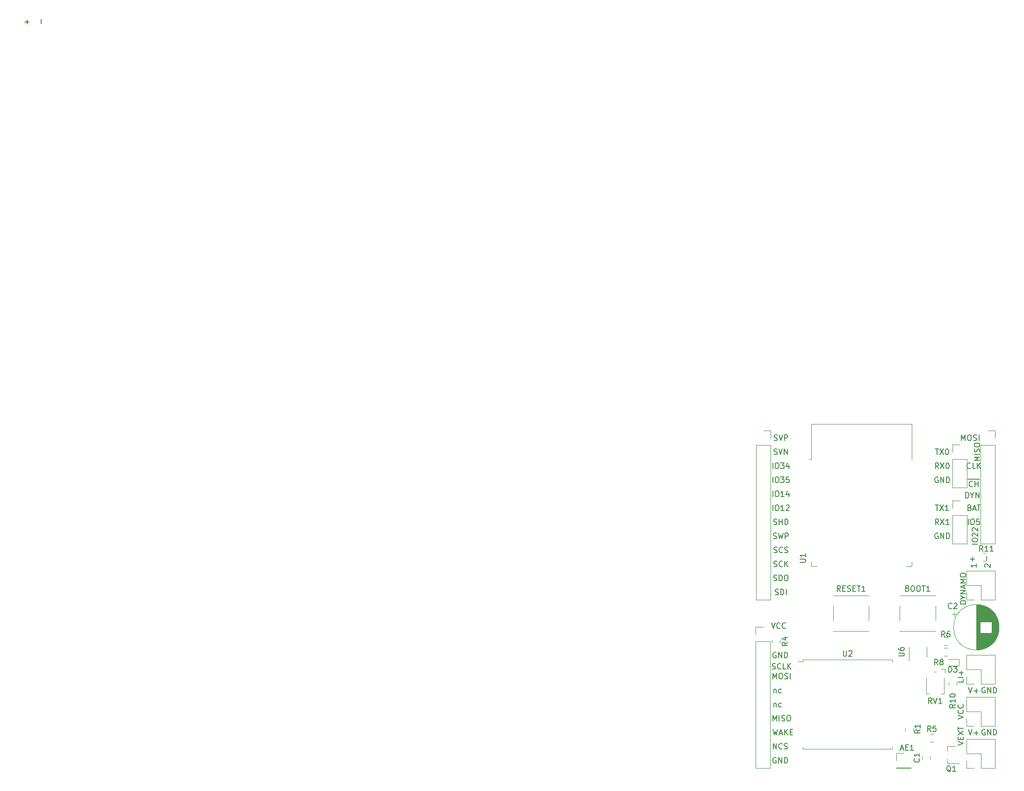
<source format=gbr>
G04 #@! TF.GenerationSoftware,KiCad,Pcbnew,5.1.5*
G04 #@! TF.CreationDate,2020-02-16T17:08:25+01:00*
G04 #@! TF.ProjectId,feuchtraumabzweigdose,66657563-6874-4726-9175-6d61627a7765,rev?*
G04 #@! TF.SameCoordinates,Original*
G04 #@! TF.FileFunction,Legend,Top*
G04 #@! TF.FilePolarity,Positive*
%FSLAX46Y46*%
G04 Gerber Fmt 4.6, Leading zero omitted, Abs format (unit mm)*
G04 Created by KiCad (PCBNEW 5.1.5) date 2020-02-16 17:08:25*
%MOMM*%
%LPD*%
G04 APERTURE LIST*
%ADD10C,0.150000*%
%ADD11C,0.120000*%
G04 APERTURE END LIST*
D10*
X134366095Y-92210000D02*
X134270857Y-92162380D01*
X134128000Y-92162380D01*
X133985142Y-92210000D01*
X133889904Y-92305238D01*
X133842285Y-92400476D01*
X133794666Y-92590952D01*
X133794666Y-92733809D01*
X133842285Y-92924285D01*
X133889904Y-93019523D01*
X133985142Y-93114761D01*
X134128000Y-93162380D01*
X134223238Y-93162380D01*
X134366095Y-93114761D01*
X134413714Y-93067142D01*
X134413714Y-92733809D01*
X134223238Y-92733809D01*
X134842285Y-93162380D02*
X134842285Y-92162380D01*
X135413714Y-93162380D01*
X135413714Y-92162380D01*
X135889904Y-93162380D02*
X135889904Y-92162380D01*
X136128000Y-92162380D01*
X136270857Y-92210000D01*
X136366095Y-92305238D01*
X136413714Y-92400476D01*
X136461333Y-92590952D01*
X136461333Y-92733809D01*
X136413714Y-92924285D01*
X136366095Y-93019523D01*
X136270857Y-93114761D01*
X136128000Y-93162380D01*
X135889904Y-93162380D01*
X134366095Y-111260000D02*
X134270857Y-111212380D01*
X134128000Y-111212380D01*
X133985142Y-111260000D01*
X133889904Y-111355238D01*
X133842285Y-111450476D01*
X133794666Y-111640952D01*
X133794666Y-111783809D01*
X133842285Y-111974285D01*
X133889904Y-112069523D01*
X133985142Y-112164761D01*
X134128000Y-112212380D01*
X134223238Y-112212380D01*
X134366095Y-112164761D01*
X134413714Y-112117142D01*
X134413714Y-111783809D01*
X134223238Y-111783809D01*
X134842285Y-112212380D02*
X134842285Y-111212380D01*
X135413714Y-112212380D01*
X135413714Y-111212380D01*
X135889904Y-112212380D02*
X135889904Y-111212380D01*
X136128000Y-111212380D01*
X136270857Y-111260000D01*
X136366095Y-111355238D01*
X136413714Y-111450476D01*
X136461333Y-111640952D01*
X136461333Y-111783809D01*
X136413714Y-111974285D01*
X136366095Y-112069523D01*
X136270857Y-112164761D01*
X136128000Y-112212380D01*
X135889904Y-112212380D01*
X133977142Y-101385714D02*
X133977142Y-102052380D01*
X133977142Y-101480952D02*
X134024761Y-101433333D01*
X134120000Y-101385714D01*
X134262857Y-101385714D01*
X134358095Y-101433333D01*
X134405714Y-101528571D01*
X134405714Y-102052380D01*
X135310476Y-102004761D02*
X135215238Y-102052380D01*
X135024761Y-102052380D01*
X134929523Y-102004761D01*
X134881904Y-101957142D01*
X134834285Y-101861904D01*
X134834285Y-101576190D01*
X134881904Y-101480952D01*
X134929523Y-101433333D01*
X135024761Y-101385714D01*
X135215238Y-101385714D01*
X135310476Y-101433333D01*
X133977142Y-98845714D02*
X133977142Y-99512380D01*
X133977142Y-98940952D02*
X134024761Y-98893333D01*
X134120000Y-98845714D01*
X134262857Y-98845714D01*
X134358095Y-98893333D01*
X134405714Y-98988571D01*
X134405714Y-99512380D01*
X135310476Y-99464761D02*
X135215238Y-99512380D01*
X135024761Y-99512380D01*
X134929523Y-99464761D01*
X134881904Y-99417142D01*
X134834285Y-99321904D01*
X134834285Y-99036190D01*
X134881904Y-98940952D01*
X134929523Y-98893333D01*
X135024761Y-98845714D01*
X135215238Y-98845714D01*
X135310476Y-98893333D01*
X133866095Y-109672380D02*
X133866095Y-108672380D01*
X134437523Y-109672380D01*
X134437523Y-108672380D01*
X135485142Y-109577142D02*
X135437523Y-109624761D01*
X135294666Y-109672380D01*
X135199428Y-109672380D01*
X135056571Y-109624761D01*
X134961333Y-109529523D01*
X134913714Y-109434285D01*
X134866095Y-109243809D01*
X134866095Y-109100952D01*
X134913714Y-108910476D01*
X134961333Y-108815238D01*
X135056571Y-108720000D01*
X135199428Y-108672380D01*
X135294666Y-108672380D01*
X135437523Y-108720000D01*
X135485142Y-108767619D01*
X135866095Y-109624761D02*
X136008952Y-109672380D01*
X136247047Y-109672380D01*
X136342285Y-109624761D01*
X136389904Y-109577142D01*
X136437523Y-109481904D01*
X136437523Y-109386666D01*
X136389904Y-109291428D01*
X136342285Y-109243809D01*
X136247047Y-109196190D01*
X136056571Y-109148571D01*
X135961333Y-109100952D01*
X135913714Y-109053333D01*
X135866095Y-108958095D01*
X135866095Y-108862857D01*
X135913714Y-108767619D01*
X135961333Y-108720000D01*
X136056571Y-108672380D01*
X136294666Y-108672380D01*
X136437523Y-108720000D01*
X133826476Y-106132380D02*
X134064571Y-107132380D01*
X134255047Y-106418095D01*
X134445523Y-107132380D01*
X134683619Y-106132380D01*
X135016952Y-106846666D02*
X135493142Y-106846666D01*
X134921714Y-107132380D02*
X135255047Y-106132380D01*
X135588380Y-107132380D01*
X135921714Y-107132380D02*
X135921714Y-106132380D01*
X136493142Y-107132380D02*
X136064571Y-106560952D01*
X136493142Y-106132380D02*
X135921714Y-106703809D01*
X136921714Y-106608571D02*
X137255047Y-106608571D01*
X137397904Y-107132380D02*
X136921714Y-107132380D01*
X136921714Y-106132380D01*
X137397904Y-106132380D01*
X133810571Y-104592380D02*
X133810571Y-103592380D01*
X134143904Y-104306666D01*
X134477238Y-103592380D01*
X134477238Y-104592380D01*
X134953428Y-104592380D02*
X134953428Y-103592380D01*
X135382000Y-104544761D02*
X135524857Y-104592380D01*
X135762952Y-104592380D01*
X135858190Y-104544761D01*
X135905809Y-104497142D01*
X135953428Y-104401904D01*
X135953428Y-104306666D01*
X135905809Y-104211428D01*
X135858190Y-104163809D01*
X135762952Y-104116190D01*
X135572476Y-104068571D01*
X135477238Y-104020952D01*
X135429619Y-103973333D01*
X135382000Y-103878095D01*
X135382000Y-103782857D01*
X135429619Y-103687619D01*
X135477238Y-103640000D01*
X135572476Y-103592380D01*
X135810571Y-103592380D01*
X135953428Y-103640000D01*
X136572476Y-103592380D02*
X136762952Y-103592380D01*
X136858190Y-103640000D01*
X136953428Y-103735238D01*
X137001047Y-103925714D01*
X137001047Y-104259047D01*
X136953428Y-104449523D01*
X136858190Y-104544761D01*
X136762952Y-104592380D01*
X136572476Y-104592380D01*
X136477238Y-104544761D01*
X136382000Y-104449523D01*
X136334380Y-104259047D01*
X136334380Y-103925714D01*
X136382000Y-103735238D01*
X136477238Y-103640000D01*
X136572476Y-103592380D01*
X133810571Y-96972380D02*
X133810571Y-95972380D01*
X134143904Y-96686666D01*
X134477238Y-95972380D01*
X134477238Y-96972380D01*
X135143904Y-95972380D02*
X135334380Y-95972380D01*
X135429619Y-96020000D01*
X135524857Y-96115238D01*
X135572476Y-96305714D01*
X135572476Y-96639047D01*
X135524857Y-96829523D01*
X135429619Y-96924761D01*
X135334380Y-96972380D01*
X135143904Y-96972380D01*
X135048666Y-96924761D01*
X134953428Y-96829523D01*
X134905809Y-96639047D01*
X134905809Y-96305714D01*
X134953428Y-96115238D01*
X135048666Y-96020000D01*
X135143904Y-95972380D01*
X135953428Y-96924761D02*
X136096285Y-96972380D01*
X136334380Y-96972380D01*
X136429619Y-96924761D01*
X136477238Y-96877142D01*
X136524857Y-96781904D01*
X136524857Y-96686666D01*
X136477238Y-96591428D01*
X136429619Y-96543809D01*
X136334380Y-96496190D01*
X136143904Y-96448571D01*
X136048666Y-96400952D01*
X136001047Y-96353333D01*
X135953428Y-96258095D01*
X135953428Y-96162857D01*
X136001047Y-96067619D01*
X136048666Y-96020000D01*
X136143904Y-95972380D01*
X136382000Y-95972380D01*
X136524857Y-96020000D01*
X136953428Y-96972380D02*
X136953428Y-95972380D01*
X133691523Y-95146761D02*
X133834380Y-95194380D01*
X134072476Y-95194380D01*
X134167714Y-95146761D01*
X134215333Y-95099142D01*
X134262952Y-95003904D01*
X134262952Y-94908666D01*
X134215333Y-94813428D01*
X134167714Y-94765809D01*
X134072476Y-94718190D01*
X133882000Y-94670571D01*
X133786761Y-94622952D01*
X133739142Y-94575333D01*
X133691523Y-94480095D01*
X133691523Y-94384857D01*
X133739142Y-94289619D01*
X133786761Y-94242000D01*
X133882000Y-94194380D01*
X134120095Y-94194380D01*
X134262952Y-94242000D01*
X135262952Y-95099142D02*
X135215333Y-95146761D01*
X135072476Y-95194380D01*
X134977238Y-95194380D01*
X134834380Y-95146761D01*
X134739142Y-95051523D01*
X134691523Y-94956285D01*
X134643904Y-94765809D01*
X134643904Y-94622952D01*
X134691523Y-94432476D01*
X134739142Y-94337238D01*
X134834380Y-94242000D01*
X134977238Y-94194380D01*
X135072476Y-94194380D01*
X135215333Y-94242000D01*
X135262952Y-94289619D01*
X136167714Y-95194380D02*
X135691523Y-95194380D01*
X135691523Y-94194380D01*
X136501047Y-95194380D02*
X136501047Y-94194380D01*
X137072476Y-95194380D02*
X136643904Y-94622952D01*
X137072476Y-94194380D02*
X136501047Y-94765809D01*
X133540666Y-86828380D02*
X133874000Y-87828380D01*
X134207333Y-86828380D01*
X135112095Y-87733142D02*
X135064476Y-87780761D01*
X134921619Y-87828380D01*
X134826380Y-87828380D01*
X134683523Y-87780761D01*
X134588285Y-87685523D01*
X134540666Y-87590285D01*
X134493047Y-87399809D01*
X134493047Y-87256952D01*
X134540666Y-87066476D01*
X134588285Y-86971238D01*
X134683523Y-86876000D01*
X134826380Y-86828380D01*
X134921619Y-86828380D01*
X135064476Y-86876000D01*
X135112095Y-86923619D01*
X136112095Y-87733142D02*
X136064476Y-87780761D01*
X135921619Y-87828380D01*
X135826380Y-87828380D01*
X135683523Y-87780761D01*
X135588285Y-87685523D01*
X135540666Y-87590285D01*
X135493047Y-87399809D01*
X135493047Y-87256952D01*
X135540666Y-87066476D01*
X135588285Y-86971238D01*
X135683523Y-86876000D01*
X135826380Y-86828380D01*
X135921619Y-86828380D01*
X136064476Y-86876000D01*
X136112095Y-86923619D01*
X172212095Y-106180000D02*
X172116857Y-106132380D01*
X171974000Y-106132380D01*
X171831142Y-106180000D01*
X171735904Y-106275238D01*
X171688285Y-106370476D01*
X171640666Y-106560952D01*
X171640666Y-106703809D01*
X171688285Y-106894285D01*
X171735904Y-106989523D01*
X171831142Y-107084761D01*
X171974000Y-107132380D01*
X172069238Y-107132380D01*
X172212095Y-107084761D01*
X172259714Y-107037142D01*
X172259714Y-106703809D01*
X172069238Y-106703809D01*
X172688285Y-107132380D02*
X172688285Y-106132380D01*
X173259714Y-107132380D01*
X173259714Y-106132380D01*
X173735904Y-107132380D02*
X173735904Y-106132380D01*
X173974000Y-106132380D01*
X174116857Y-106180000D01*
X174212095Y-106275238D01*
X174259714Y-106370476D01*
X174307333Y-106560952D01*
X174307333Y-106703809D01*
X174259714Y-106894285D01*
X174212095Y-106989523D01*
X174116857Y-107084761D01*
X173974000Y-107132380D01*
X173735904Y-107132380D01*
X169227619Y-106132380D02*
X169560952Y-107132380D01*
X169894285Y-106132380D01*
X170227619Y-106751428D02*
X170989523Y-106751428D01*
X170608571Y-107132380D02*
X170608571Y-106370476D01*
X172212095Y-98560000D02*
X172116857Y-98512380D01*
X171974000Y-98512380D01*
X171831142Y-98560000D01*
X171735904Y-98655238D01*
X171688285Y-98750476D01*
X171640666Y-98940952D01*
X171640666Y-99083809D01*
X171688285Y-99274285D01*
X171735904Y-99369523D01*
X171831142Y-99464761D01*
X171974000Y-99512380D01*
X172069238Y-99512380D01*
X172212095Y-99464761D01*
X172259714Y-99417142D01*
X172259714Y-99083809D01*
X172069238Y-99083809D01*
X172688285Y-99512380D02*
X172688285Y-98512380D01*
X173259714Y-99512380D01*
X173259714Y-98512380D01*
X173735904Y-99512380D02*
X173735904Y-98512380D01*
X173974000Y-98512380D01*
X174116857Y-98560000D01*
X174212095Y-98655238D01*
X174259714Y-98750476D01*
X174307333Y-98940952D01*
X174307333Y-99083809D01*
X174259714Y-99274285D01*
X174212095Y-99369523D01*
X174116857Y-99464761D01*
X173974000Y-99512380D01*
X173735904Y-99512380D01*
X169227619Y-98512380D02*
X169560952Y-99512380D01*
X169894285Y-98512380D01*
X170227619Y-99131428D02*
X170989523Y-99131428D01*
X170608571Y-99512380D02*
X170608571Y-98750476D01*
X-1650952Y22026571D02*
X-889047Y22026571D01*
X-1270000Y21645619D02*
X-1270000Y22407523D01*
X1341428Y21717047D02*
X1341428Y22478952D01*
X169545047Y-75255428D02*
X170306952Y-75255428D01*
X169926000Y-75636380D02*
X169926000Y-74874476D01*
X172537428Y-75564952D02*
X172537428Y-74803047D01*
X172267619Y-76739714D02*
X172220000Y-76692095D01*
X172172380Y-76596857D01*
X172172380Y-76358761D01*
X172220000Y-76263523D01*
X172267619Y-76215904D01*
X172362857Y-76168285D01*
X172458095Y-76168285D01*
X172600952Y-76215904D01*
X173172380Y-76787333D01*
X173172380Y-76168285D01*
X170632380Y-76168285D02*
X170632380Y-76739714D01*
X170632380Y-76454000D02*
X169632380Y-76454000D01*
X169775238Y-76549238D01*
X169870476Y-76644476D01*
X169918095Y-76739714D01*
X168711714Y-64206380D02*
X168711714Y-63206380D01*
X168949809Y-63206380D01*
X169092666Y-63254000D01*
X169187904Y-63349238D01*
X169235523Y-63444476D01*
X169283142Y-63634952D01*
X169283142Y-63777809D01*
X169235523Y-63968285D01*
X169187904Y-64063523D01*
X169092666Y-64158761D01*
X168949809Y-64206380D01*
X168711714Y-64206380D01*
X169902190Y-63730190D02*
X169902190Y-64206380D01*
X169568857Y-63206380D02*
X169902190Y-63730190D01*
X170235523Y-63206380D01*
X170568857Y-64206380D02*
X170568857Y-63206380D01*
X171140285Y-64206380D01*
X171140285Y-63206380D01*
X169441904Y-65968571D02*
X169584761Y-66016190D01*
X169632380Y-66063809D01*
X169680000Y-66159047D01*
X169680000Y-66301904D01*
X169632380Y-66397142D01*
X169584761Y-66444761D01*
X169489523Y-66492380D01*
X169108571Y-66492380D01*
X169108571Y-65492380D01*
X169441904Y-65492380D01*
X169537142Y-65540000D01*
X169584761Y-65587619D01*
X169632380Y-65682857D01*
X169632380Y-65778095D01*
X169584761Y-65873333D01*
X169537142Y-65920952D01*
X169441904Y-65968571D01*
X169108571Y-65968571D01*
X170060952Y-66206666D02*
X170537142Y-66206666D01*
X169965714Y-66492380D02*
X170299047Y-65492380D01*
X170632380Y-66492380D01*
X170822857Y-65492380D02*
X171394285Y-65492380D01*
X171108571Y-66492380D02*
X171108571Y-65492380D01*
X170886380Y-72596190D02*
X169886380Y-72596190D01*
X169886380Y-71929523D02*
X169886380Y-71739047D01*
X169934000Y-71643809D01*
X170029238Y-71548571D01*
X170219714Y-71500952D01*
X170553047Y-71500952D01*
X170743523Y-71548571D01*
X170838761Y-71643809D01*
X170886380Y-71739047D01*
X170886380Y-71929523D01*
X170838761Y-72024761D01*
X170743523Y-72120000D01*
X170553047Y-72167619D01*
X170219714Y-72167619D01*
X170029238Y-72120000D01*
X169934000Y-72024761D01*
X169886380Y-71929523D01*
X169981619Y-71120000D02*
X169934000Y-71072380D01*
X169886380Y-70977142D01*
X169886380Y-70739047D01*
X169934000Y-70643809D01*
X169981619Y-70596190D01*
X170076857Y-70548571D01*
X170172095Y-70548571D01*
X170314952Y-70596190D01*
X170886380Y-71167619D01*
X170886380Y-70548571D01*
X169981619Y-70167619D02*
X169934000Y-70120000D01*
X169886380Y-70024761D01*
X169886380Y-69786666D01*
X169934000Y-69691428D01*
X169981619Y-69643809D01*
X170076857Y-69596190D01*
X170172095Y-69596190D01*
X170314952Y-69643809D01*
X170886380Y-70215238D01*
X170886380Y-69596190D01*
X169180000Y-69032380D02*
X169180000Y-68032380D01*
X169846666Y-68032380D02*
X170037142Y-68032380D01*
X170132380Y-68080000D01*
X170227619Y-68175238D01*
X170275238Y-68365714D01*
X170275238Y-68699047D01*
X170227619Y-68889523D01*
X170132380Y-68984761D01*
X170037142Y-69032380D01*
X169846666Y-69032380D01*
X169751428Y-68984761D01*
X169656190Y-68889523D01*
X169608571Y-68699047D01*
X169608571Y-68365714D01*
X169656190Y-68175238D01*
X169751428Y-68080000D01*
X169846666Y-68032380D01*
X171180000Y-68032380D02*
X170703809Y-68032380D01*
X170656190Y-68508571D01*
X170703809Y-68460952D01*
X170799047Y-68413333D01*
X171037142Y-68413333D01*
X171132380Y-68460952D01*
X171180000Y-68508571D01*
X171227619Y-68603809D01*
X171227619Y-68841904D01*
X171180000Y-68937142D01*
X171132380Y-68984761D01*
X171037142Y-69032380D01*
X170799047Y-69032380D01*
X170703809Y-68984761D01*
X170656190Y-68937142D01*
X169156190Y-60807000D02*
X170156190Y-60807000D01*
X169965714Y-62079142D02*
X169918095Y-62126761D01*
X169775238Y-62174380D01*
X169680000Y-62174380D01*
X169537142Y-62126761D01*
X169441904Y-62031523D01*
X169394285Y-61936285D01*
X169346666Y-61745809D01*
X169346666Y-61602952D01*
X169394285Y-61412476D01*
X169441904Y-61317238D01*
X169537142Y-61222000D01*
X169680000Y-61174380D01*
X169775238Y-61174380D01*
X169918095Y-61222000D01*
X169965714Y-61269619D01*
X170156190Y-60807000D02*
X171203809Y-60807000D01*
X170394285Y-62174380D02*
X170394285Y-61174380D01*
X170394285Y-61650571D02*
X170965714Y-61650571D01*
X170965714Y-62174380D02*
X170965714Y-61174380D01*
X169584761Y-58777142D02*
X169537142Y-58824761D01*
X169394285Y-58872380D01*
X169299047Y-58872380D01*
X169156190Y-58824761D01*
X169060952Y-58729523D01*
X169013333Y-58634285D01*
X168965714Y-58443809D01*
X168965714Y-58300952D01*
X169013333Y-58110476D01*
X169060952Y-58015238D01*
X169156190Y-57920000D01*
X169299047Y-57872380D01*
X169394285Y-57872380D01*
X169537142Y-57920000D01*
X169584761Y-57967619D01*
X170489523Y-58872380D02*
X170013333Y-58872380D01*
X170013333Y-57872380D01*
X170822857Y-58872380D02*
X170822857Y-57872380D01*
X171394285Y-58872380D02*
X170965714Y-58300952D01*
X171394285Y-57872380D02*
X170822857Y-58443809D01*
X171267380Y-57451428D02*
X170267380Y-57451428D01*
X170981666Y-57118095D01*
X170267380Y-56784761D01*
X171267380Y-56784761D01*
X171267380Y-56308571D02*
X170267380Y-56308571D01*
X171219761Y-55880000D02*
X171267380Y-55737142D01*
X171267380Y-55499047D01*
X171219761Y-55403809D01*
X171172142Y-55356190D01*
X171076904Y-55308571D01*
X170981666Y-55308571D01*
X170886428Y-55356190D01*
X170838809Y-55403809D01*
X170791190Y-55499047D01*
X170743571Y-55689523D01*
X170695952Y-55784761D01*
X170648333Y-55832380D01*
X170553095Y-55880000D01*
X170457857Y-55880000D01*
X170362619Y-55832380D01*
X170315000Y-55784761D01*
X170267380Y-55689523D01*
X170267380Y-55451428D01*
X170315000Y-55308571D01*
X170267380Y-54689523D02*
X170267380Y-54499047D01*
X170315000Y-54403809D01*
X170410238Y-54308571D01*
X170600714Y-54260952D01*
X170934047Y-54260952D01*
X171124523Y-54308571D01*
X171219761Y-54403809D01*
X171267380Y-54499047D01*
X171267380Y-54689523D01*
X171219761Y-54784761D01*
X171124523Y-54880000D01*
X170934047Y-54927619D01*
X170600714Y-54927619D01*
X170410238Y-54880000D01*
X170315000Y-54784761D01*
X170267380Y-54689523D01*
X167973571Y-53792380D02*
X167973571Y-52792380D01*
X168306904Y-53506666D01*
X168640238Y-52792380D01*
X168640238Y-53792380D01*
X169306904Y-52792380D02*
X169497380Y-52792380D01*
X169592619Y-52840000D01*
X169687857Y-52935238D01*
X169735476Y-53125714D01*
X169735476Y-53459047D01*
X169687857Y-53649523D01*
X169592619Y-53744761D01*
X169497380Y-53792380D01*
X169306904Y-53792380D01*
X169211666Y-53744761D01*
X169116428Y-53649523D01*
X169068809Y-53459047D01*
X169068809Y-53125714D01*
X169116428Y-52935238D01*
X169211666Y-52840000D01*
X169306904Y-52792380D01*
X170116428Y-53744761D02*
X170259285Y-53792380D01*
X170497380Y-53792380D01*
X170592619Y-53744761D01*
X170640238Y-53697142D01*
X170687857Y-53601904D01*
X170687857Y-53506666D01*
X170640238Y-53411428D01*
X170592619Y-53363809D01*
X170497380Y-53316190D01*
X170306904Y-53268571D01*
X170211666Y-53220952D01*
X170164047Y-53173333D01*
X170116428Y-53078095D01*
X170116428Y-52982857D01*
X170164047Y-52887619D01*
X170211666Y-52840000D01*
X170306904Y-52792380D01*
X170545000Y-52792380D01*
X170687857Y-52840000D01*
X171116428Y-53792380D02*
X171116428Y-52792380D01*
X163226904Y-55332380D02*
X163798333Y-55332380D01*
X163512619Y-56332380D02*
X163512619Y-55332380D01*
X164036428Y-55332380D02*
X164703095Y-56332380D01*
X164703095Y-55332380D02*
X164036428Y-56332380D01*
X165274523Y-55332380D02*
X165369761Y-55332380D01*
X165465000Y-55380000D01*
X165512619Y-55427619D01*
X165560238Y-55522857D01*
X165607857Y-55713333D01*
X165607857Y-55951428D01*
X165560238Y-56141904D01*
X165512619Y-56237142D01*
X165465000Y-56284761D01*
X165369761Y-56332380D01*
X165274523Y-56332380D01*
X165179285Y-56284761D01*
X165131666Y-56237142D01*
X165084047Y-56141904D01*
X165036428Y-55951428D01*
X165036428Y-55713333D01*
X165084047Y-55522857D01*
X165131666Y-55427619D01*
X165179285Y-55380000D01*
X165274523Y-55332380D01*
X163822142Y-58872380D02*
X163488809Y-58396190D01*
X163250714Y-58872380D02*
X163250714Y-57872380D01*
X163631666Y-57872380D01*
X163726904Y-57920000D01*
X163774523Y-57967619D01*
X163822142Y-58062857D01*
X163822142Y-58205714D01*
X163774523Y-58300952D01*
X163726904Y-58348571D01*
X163631666Y-58396190D01*
X163250714Y-58396190D01*
X164155476Y-57872380D02*
X164822142Y-58872380D01*
X164822142Y-57872380D02*
X164155476Y-58872380D01*
X165393571Y-57872380D02*
X165488809Y-57872380D01*
X165584047Y-57920000D01*
X165631666Y-57967619D01*
X165679285Y-58062857D01*
X165726904Y-58253333D01*
X165726904Y-58491428D01*
X165679285Y-58681904D01*
X165631666Y-58777142D01*
X165584047Y-58824761D01*
X165488809Y-58872380D01*
X165393571Y-58872380D01*
X165298333Y-58824761D01*
X165250714Y-58777142D01*
X165203095Y-58681904D01*
X165155476Y-58491428D01*
X165155476Y-58253333D01*
X165203095Y-58062857D01*
X165250714Y-57967619D01*
X165298333Y-57920000D01*
X165393571Y-57872380D01*
X163703095Y-60460000D02*
X163607857Y-60412380D01*
X163465000Y-60412380D01*
X163322142Y-60460000D01*
X163226904Y-60555238D01*
X163179285Y-60650476D01*
X163131666Y-60840952D01*
X163131666Y-60983809D01*
X163179285Y-61174285D01*
X163226904Y-61269523D01*
X163322142Y-61364761D01*
X163465000Y-61412380D01*
X163560238Y-61412380D01*
X163703095Y-61364761D01*
X163750714Y-61317142D01*
X163750714Y-60983809D01*
X163560238Y-60983809D01*
X164179285Y-61412380D02*
X164179285Y-60412380D01*
X164750714Y-61412380D01*
X164750714Y-60412380D01*
X165226904Y-61412380D02*
X165226904Y-60412380D01*
X165465000Y-60412380D01*
X165607857Y-60460000D01*
X165703095Y-60555238D01*
X165750714Y-60650476D01*
X165798333Y-60840952D01*
X165798333Y-60983809D01*
X165750714Y-61174285D01*
X165703095Y-61269523D01*
X165607857Y-61364761D01*
X165465000Y-61412380D01*
X165226904Y-61412380D01*
X163226904Y-65492380D02*
X163798333Y-65492380D01*
X163512619Y-66492380D02*
X163512619Y-65492380D01*
X164036428Y-65492380D02*
X164703095Y-66492380D01*
X164703095Y-65492380D02*
X164036428Y-66492380D01*
X165607857Y-66492380D02*
X165036428Y-66492380D01*
X165322142Y-66492380D02*
X165322142Y-65492380D01*
X165226904Y-65635238D01*
X165131666Y-65730476D01*
X165036428Y-65778095D01*
X163822142Y-69032380D02*
X163488809Y-68556190D01*
X163250714Y-69032380D02*
X163250714Y-68032380D01*
X163631666Y-68032380D01*
X163726904Y-68080000D01*
X163774523Y-68127619D01*
X163822142Y-68222857D01*
X163822142Y-68365714D01*
X163774523Y-68460952D01*
X163726904Y-68508571D01*
X163631666Y-68556190D01*
X163250714Y-68556190D01*
X164155476Y-68032380D02*
X164822142Y-69032380D01*
X164822142Y-68032380D02*
X164155476Y-69032380D01*
X165726904Y-69032380D02*
X165155476Y-69032380D01*
X165441190Y-69032380D02*
X165441190Y-68032380D01*
X165345952Y-68175238D01*
X165250714Y-68270476D01*
X165155476Y-68318095D01*
X163703095Y-70620000D02*
X163607857Y-70572380D01*
X163465000Y-70572380D01*
X163322142Y-70620000D01*
X163226904Y-70715238D01*
X163179285Y-70810476D01*
X163131666Y-71000952D01*
X163131666Y-71143809D01*
X163179285Y-71334285D01*
X163226904Y-71429523D01*
X163322142Y-71524761D01*
X163465000Y-71572380D01*
X163560238Y-71572380D01*
X163703095Y-71524761D01*
X163750714Y-71477142D01*
X163750714Y-71143809D01*
X163560238Y-71143809D01*
X164179285Y-71572380D02*
X164179285Y-70572380D01*
X164750714Y-71572380D01*
X164750714Y-70572380D01*
X165226904Y-71572380D02*
X165226904Y-70572380D01*
X165465000Y-70572380D01*
X165607857Y-70620000D01*
X165703095Y-70715238D01*
X165750714Y-70810476D01*
X165798333Y-71000952D01*
X165798333Y-71143809D01*
X165750714Y-71334285D01*
X165703095Y-71429523D01*
X165607857Y-71524761D01*
X165465000Y-71572380D01*
X165226904Y-71572380D01*
X134231190Y-81684761D02*
X134374047Y-81732380D01*
X134612142Y-81732380D01*
X134707380Y-81684761D01*
X134755000Y-81637142D01*
X134802619Y-81541904D01*
X134802619Y-81446666D01*
X134755000Y-81351428D01*
X134707380Y-81303809D01*
X134612142Y-81256190D01*
X134421666Y-81208571D01*
X134326428Y-81160952D01*
X134278809Y-81113333D01*
X134231190Y-81018095D01*
X134231190Y-80922857D01*
X134278809Y-80827619D01*
X134326428Y-80780000D01*
X134421666Y-80732380D01*
X134659761Y-80732380D01*
X134802619Y-80780000D01*
X135231190Y-81732380D02*
X135231190Y-80732380D01*
X135469285Y-80732380D01*
X135612142Y-80780000D01*
X135707380Y-80875238D01*
X135755000Y-80970476D01*
X135802619Y-81160952D01*
X135802619Y-81303809D01*
X135755000Y-81494285D01*
X135707380Y-81589523D01*
X135612142Y-81684761D01*
X135469285Y-81732380D01*
X135231190Y-81732380D01*
X136231190Y-81732380D02*
X136231190Y-80732380D01*
X133945476Y-79144761D02*
X134088333Y-79192380D01*
X134326428Y-79192380D01*
X134421666Y-79144761D01*
X134469285Y-79097142D01*
X134516904Y-79001904D01*
X134516904Y-78906666D01*
X134469285Y-78811428D01*
X134421666Y-78763809D01*
X134326428Y-78716190D01*
X134135952Y-78668571D01*
X134040714Y-78620952D01*
X133993095Y-78573333D01*
X133945476Y-78478095D01*
X133945476Y-78382857D01*
X133993095Y-78287619D01*
X134040714Y-78240000D01*
X134135952Y-78192380D01*
X134374047Y-78192380D01*
X134516904Y-78240000D01*
X134945476Y-79192380D02*
X134945476Y-78192380D01*
X135183571Y-78192380D01*
X135326428Y-78240000D01*
X135421666Y-78335238D01*
X135469285Y-78430476D01*
X135516904Y-78620952D01*
X135516904Y-78763809D01*
X135469285Y-78954285D01*
X135421666Y-79049523D01*
X135326428Y-79144761D01*
X135183571Y-79192380D01*
X134945476Y-79192380D01*
X136135952Y-78192380D02*
X136326428Y-78192380D01*
X136421666Y-78240000D01*
X136516904Y-78335238D01*
X136564523Y-78525714D01*
X136564523Y-78859047D01*
X136516904Y-79049523D01*
X136421666Y-79144761D01*
X136326428Y-79192380D01*
X136135952Y-79192380D01*
X136040714Y-79144761D01*
X135945476Y-79049523D01*
X135897857Y-78859047D01*
X135897857Y-78525714D01*
X135945476Y-78335238D01*
X136040714Y-78240000D01*
X136135952Y-78192380D01*
X133969285Y-76604761D02*
X134112142Y-76652380D01*
X134350238Y-76652380D01*
X134445476Y-76604761D01*
X134493095Y-76557142D01*
X134540714Y-76461904D01*
X134540714Y-76366666D01*
X134493095Y-76271428D01*
X134445476Y-76223809D01*
X134350238Y-76176190D01*
X134159761Y-76128571D01*
X134064523Y-76080952D01*
X134016904Y-76033333D01*
X133969285Y-75938095D01*
X133969285Y-75842857D01*
X134016904Y-75747619D01*
X134064523Y-75700000D01*
X134159761Y-75652380D01*
X134397857Y-75652380D01*
X134540714Y-75700000D01*
X135540714Y-76557142D02*
X135493095Y-76604761D01*
X135350238Y-76652380D01*
X135255000Y-76652380D01*
X135112142Y-76604761D01*
X135016904Y-76509523D01*
X134969285Y-76414285D01*
X134921666Y-76223809D01*
X134921666Y-76080952D01*
X134969285Y-75890476D01*
X135016904Y-75795238D01*
X135112142Y-75700000D01*
X135255000Y-75652380D01*
X135350238Y-75652380D01*
X135493095Y-75700000D01*
X135540714Y-75747619D01*
X135969285Y-76652380D02*
X135969285Y-75652380D01*
X136540714Y-76652380D02*
X136112142Y-76080952D01*
X136540714Y-75652380D02*
X135969285Y-76223809D01*
X133993095Y-74064761D02*
X134135952Y-74112380D01*
X134374047Y-74112380D01*
X134469285Y-74064761D01*
X134516904Y-74017142D01*
X134564523Y-73921904D01*
X134564523Y-73826666D01*
X134516904Y-73731428D01*
X134469285Y-73683809D01*
X134374047Y-73636190D01*
X134183571Y-73588571D01*
X134088333Y-73540952D01*
X134040714Y-73493333D01*
X133993095Y-73398095D01*
X133993095Y-73302857D01*
X134040714Y-73207619D01*
X134088333Y-73160000D01*
X134183571Y-73112380D01*
X134421666Y-73112380D01*
X134564523Y-73160000D01*
X135564523Y-74017142D02*
X135516904Y-74064761D01*
X135374047Y-74112380D01*
X135278809Y-74112380D01*
X135135952Y-74064761D01*
X135040714Y-73969523D01*
X134993095Y-73874285D01*
X134945476Y-73683809D01*
X134945476Y-73540952D01*
X134993095Y-73350476D01*
X135040714Y-73255238D01*
X135135952Y-73160000D01*
X135278809Y-73112380D01*
X135374047Y-73112380D01*
X135516904Y-73160000D01*
X135564523Y-73207619D01*
X135945476Y-74064761D02*
X136088333Y-74112380D01*
X136326428Y-74112380D01*
X136421666Y-74064761D01*
X136469285Y-74017142D01*
X136516904Y-73921904D01*
X136516904Y-73826666D01*
X136469285Y-73731428D01*
X136421666Y-73683809D01*
X136326428Y-73636190D01*
X136135952Y-73588571D01*
X136040714Y-73540952D01*
X135993095Y-73493333D01*
X135945476Y-73398095D01*
X135945476Y-73302857D01*
X135993095Y-73207619D01*
X136040714Y-73160000D01*
X136135952Y-73112380D01*
X136374047Y-73112380D01*
X136516904Y-73160000D01*
X133897857Y-71524761D02*
X134040714Y-71572380D01*
X134278809Y-71572380D01*
X134374047Y-71524761D01*
X134421666Y-71477142D01*
X134469285Y-71381904D01*
X134469285Y-71286666D01*
X134421666Y-71191428D01*
X134374047Y-71143809D01*
X134278809Y-71096190D01*
X134088333Y-71048571D01*
X133993095Y-71000952D01*
X133945476Y-70953333D01*
X133897857Y-70858095D01*
X133897857Y-70762857D01*
X133945476Y-70667619D01*
X133993095Y-70620000D01*
X134088333Y-70572380D01*
X134326428Y-70572380D01*
X134469285Y-70620000D01*
X134802619Y-70572380D02*
X135040714Y-71572380D01*
X135231190Y-70858095D01*
X135421666Y-71572380D01*
X135659761Y-70572380D01*
X136040714Y-71572380D02*
X136040714Y-70572380D01*
X136421666Y-70572380D01*
X136516904Y-70620000D01*
X136564523Y-70667619D01*
X136612142Y-70762857D01*
X136612142Y-70905714D01*
X136564523Y-71000952D01*
X136516904Y-71048571D01*
X136421666Y-71096190D01*
X136040714Y-71096190D01*
X133945476Y-68984761D02*
X134088333Y-69032380D01*
X134326428Y-69032380D01*
X134421666Y-68984761D01*
X134469285Y-68937142D01*
X134516904Y-68841904D01*
X134516904Y-68746666D01*
X134469285Y-68651428D01*
X134421666Y-68603809D01*
X134326428Y-68556190D01*
X134135952Y-68508571D01*
X134040714Y-68460952D01*
X133993095Y-68413333D01*
X133945476Y-68318095D01*
X133945476Y-68222857D01*
X133993095Y-68127619D01*
X134040714Y-68080000D01*
X134135952Y-68032380D01*
X134374047Y-68032380D01*
X134516904Y-68080000D01*
X134945476Y-69032380D02*
X134945476Y-68032380D01*
X134945476Y-68508571D02*
X135516904Y-68508571D01*
X135516904Y-69032380D02*
X135516904Y-68032380D01*
X135993095Y-69032380D02*
X135993095Y-68032380D01*
X136231190Y-68032380D01*
X136374047Y-68080000D01*
X136469285Y-68175238D01*
X136516904Y-68270476D01*
X136564523Y-68460952D01*
X136564523Y-68603809D01*
X136516904Y-68794285D01*
X136469285Y-68889523D01*
X136374047Y-68984761D01*
X136231190Y-69032380D01*
X135993095Y-69032380D01*
X133778809Y-66492380D02*
X133778809Y-65492380D01*
X134445476Y-65492380D02*
X134635952Y-65492380D01*
X134731190Y-65540000D01*
X134826428Y-65635238D01*
X134874047Y-65825714D01*
X134874047Y-66159047D01*
X134826428Y-66349523D01*
X134731190Y-66444761D01*
X134635952Y-66492380D01*
X134445476Y-66492380D01*
X134350238Y-66444761D01*
X134255000Y-66349523D01*
X134207380Y-66159047D01*
X134207380Y-65825714D01*
X134255000Y-65635238D01*
X134350238Y-65540000D01*
X134445476Y-65492380D01*
X135826428Y-66492380D02*
X135255000Y-66492380D01*
X135540714Y-66492380D02*
X135540714Y-65492380D01*
X135445476Y-65635238D01*
X135350238Y-65730476D01*
X135255000Y-65778095D01*
X136207380Y-65587619D02*
X136255000Y-65540000D01*
X136350238Y-65492380D01*
X136588333Y-65492380D01*
X136683571Y-65540000D01*
X136731190Y-65587619D01*
X136778809Y-65682857D01*
X136778809Y-65778095D01*
X136731190Y-65920952D01*
X136159761Y-66492380D01*
X136778809Y-66492380D01*
X133778809Y-63952380D02*
X133778809Y-62952380D01*
X134445476Y-62952380D02*
X134635952Y-62952380D01*
X134731190Y-63000000D01*
X134826428Y-63095238D01*
X134874047Y-63285714D01*
X134874047Y-63619047D01*
X134826428Y-63809523D01*
X134731190Y-63904761D01*
X134635952Y-63952380D01*
X134445476Y-63952380D01*
X134350238Y-63904761D01*
X134255000Y-63809523D01*
X134207380Y-63619047D01*
X134207380Y-63285714D01*
X134255000Y-63095238D01*
X134350238Y-63000000D01*
X134445476Y-62952380D01*
X135826428Y-63952380D02*
X135255000Y-63952380D01*
X135540714Y-63952380D02*
X135540714Y-62952380D01*
X135445476Y-63095238D01*
X135350238Y-63190476D01*
X135255000Y-63238095D01*
X136683571Y-63285714D02*
X136683571Y-63952380D01*
X136445476Y-62904761D02*
X136207380Y-63619047D01*
X136826428Y-63619047D01*
X133778809Y-61412380D02*
X133778809Y-60412380D01*
X134445476Y-60412380D02*
X134635952Y-60412380D01*
X134731190Y-60460000D01*
X134826428Y-60555238D01*
X134874047Y-60745714D01*
X134874047Y-61079047D01*
X134826428Y-61269523D01*
X134731190Y-61364761D01*
X134635952Y-61412380D01*
X134445476Y-61412380D01*
X134350238Y-61364761D01*
X134255000Y-61269523D01*
X134207380Y-61079047D01*
X134207380Y-60745714D01*
X134255000Y-60555238D01*
X134350238Y-60460000D01*
X134445476Y-60412380D01*
X135207380Y-60412380D02*
X135826428Y-60412380D01*
X135493095Y-60793333D01*
X135635952Y-60793333D01*
X135731190Y-60840952D01*
X135778809Y-60888571D01*
X135826428Y-60983809D01*
X135826428Y-61221904D01*
X135778809Y-61317142D01*
X135731190Y-61364761D01*
X135635952Y-61412380D01*
X135350238Y-61412380D01*
X135255000Y-61364761D01*
X135207380Y-61317142D01*
X136731190Y-60412380D02*
X136255000Y-60412380D01*
X136207380Y-60888571D01*
X136255000Y-60840952D01*
X136350238Y-60793333D01*
X136588333Y-60793333D01*
X136683571Y-60840952D01*
X136731190Y-60888571D01*
X136778809Y-60983809D01*
X136778809Y-61221904D01*
X136731190Y-61317142D01*
X136683571Y-61364761D01*
X136588333Y-61412380D01*
X136350238Y-61412380D01*
X136255000Y-61364761D01*
X136207380Y-61317142D01*
X133778809Y-58872380D02*
X133778809Y-57872380D01*
X134445476Y-57872380D02*
X134635952Y-57872380D01*
X134731190Y-57920000D01*
X134826428Y-58015238D01*
X134874047Y-58205714D01*
X134874047Y-58539047D01*
X134826428Y-58729523D01*
X134731190Y-58824761D01*
X134635952Y-58872380D01*
X134445476Y-58872380D01*
X134350238Y-58824761D01*
X134255000Y-58729523D01*
X134207380Y-58539047D01*
X134207380Y-58205714D01*
X134255000Y-58015238D01*
X134350238Y-57920000D01*
X134445476Y-57872380D01*
X135207380Y-57872380D02*
X135826428Y-57872380D01*
X135493095Y-58253333D01*
X135635952Y-58253333D01*
X135731190Y-58300952D01*
X135778809Y-58348571D01*
X135826428Y-58443809D01*
X135826428Y-58681904D01*
X135778809Y-58777142D01*
X135731190Y-58824761D01*
X135635952Y-58872380D01*
X135350238Y-58872380D01*
X135255000Y-58824761D01*
X135207380Y-58777142D01*
X136683571Y-58205714D02*
X136683571Y-58872380D01*
X136445476Y-57824761D02*
X136207380Y-58539047D01*
X136826428Y-58539047D01*
X134016904Y-56284761D02*
X134159761Y-56332380D01*
X134397857Y-56332380D01*
X134493095Y-56284761D01*
X134540714Y-56237142D01*
X134588333Y-56141904D01*
X134588333Y-56046666D01*
X134540714Y-55951428D01*
X134493095Y-55903809D01*
X134397857Y-55856190D01*
X134207380Y-55808571D01*
X134112142Y-55760952D01*
X134064523Y-55713333D01*
X134016904Y-55618095D01*
X134016904Y-55522857D01*
X134064523Y-55427619D01*
X134112142Y-55380000D01*
X134207380Y-55332380D01*
X134445476Y-55332380D01*
X134588333Y-55380000D01*
X134874047Y-55332380D02*
X135207380Y-56332380D01*
X135540714Y-55332380D01*
X135874047Y-56332380D02*
X135874047Y-55332380D01*
X136445476Y-56332380D01*
X136445476Y-55332380D01*
X134040714Y-53744761D02*
X134183571Y-53792380D01*
X134421666Y-53792380D01*
X134516904Y-53744761D01*
X134564523Y-53697142D01*
X134612142Y-53601904D01*
X134612142Y-53506666D01*
X134564523Y-53411428D01*
X134516904Y-53363809D01*
X134421666Y-53316190D01*
X134231190Y-53268571D01*
X134135952Y-53220952D01*
X134088333Y-53173333D01*
X134040714Y-53078095D01*
X134040714Y-52982857D01*
X134088333Y-52887619D01*
X134135952Y-52840000D01*
X134231190Y-52792380D01*
X134469285Y-52792380D01*
X134612142Y-52840000D01*
X134897857Y-52792380D02*
X135231190Y-53792380D01*
X135564523Y-52792380D01*
X135897857Y-53792380D02*
X135897857Y-52792380D01*
X136278809Y-52792380D01*
X136374047Y-52840000D01*
X136421666Y-52887619D01*
X136469285Y-52982857D01*
X136469285Y-53125714D01*
X136421666Y-53220952D01*
X136374047Y-53268571D01*
X136278809Y-53316190D01*
X135897857Y-53316190D01*
D11*
X172720000Y-52010000D02*
X174050000Y-52010000D01*
X174050000Y-52010000D02*
X174050000Y-53340000D01*
X174050000Y-54610000D02*
X174050000Y-72450000D01*
X171390000Y-72450000D02*
X174050000Y-72450000D01*
X171390000Y-54610000D02*
X171390000Y-72450000D01*
X171390000Y-54610000D02*
X174050000Y-54610000D01*
X132080000Y-52010000D02*
X133410000Y-52010000D01*
X133410000Y-52010000D02*
X133410000Y-53340000D01*
X133410000Y-54610000D02*
X133410000Y-82610000D01*
X130750000Y-82610000D02*
X133410000Y-82610000D01*
X130750000Y-54610000D02*
X130750000Y-82610000D01*
X130750000Y-54610000D02*
X133410000Y-54610000D01*
X162301422Y-108406000D02*
X162818578Y-108406000D01*
X162301422Y-106986000D02*
X162818578Y-106986000D01*
X166310000Y-64710000D02*
X167640000Y-64710000D01*
X166310000Y-66040000D02*
X166310000Y-64710000D01*
X166310000Y-67310000D02*
X168970000Y-67310000D01*
X168970000Y-67310000D02*
X168970000Y-72450000D01*
X166310000Y-67310000D02*
X166310000Y-72450000D01*
X166310000Y-72450000D02*
X168970000Y-72450000D01*
X172343578Y-74220000D02*
X171826422Y-74220000D01*
X172343578Y-75640000D02*
X171826422Y-75640000D01*
X166650302Y-84915000D02*
X166650302Y-85715000D01*
X166250302Y-85315000D02*
X167050302Y-85315000D01*
X174741000Y-87097000D02*
X174741000Y-88163000D01*
X174701000Y-86862000D02*
X174701000Y-88398000D01*
X174661000Y-86682000D02*
X174661000Y-88578000D01*
X174621000Y-86532000D02*
X174621000Y-88728000D01*
X174581000Y-86401000D02*
X174581000Y-88859000D01*
X174541000Y-86284000D02*
X174541000Y-88976000D01*
X174501000Y-86177000D02*
X174501000Y-89083000D01*
X174461000Y-86078000D02*
X174461000Y-89182000D01*
X174421000Y-85985000D02*
X174421000Y-89275000D01*
X174381000Y-85899000D02*
X174381000Y-89361000D01*
X174341000Y-85817000D02*
X174341000Y-89443000D01*
X174301000Y-85740000D02*
X174301000Y-89520000D01*
X174261000Y-85666000D02*
X174261000Y-89594000D01*
X174221000Y-85596000D02*
X174221000Y-89664000D01*
X174181000Y-85528000D02*
X174181000Y-89732000D01*
X174141000Y-85464000D02*
X174141000Y-89796000D01*
X174101000Y-85402000D02*
X174101000Y-89858000D01*
X174061000Y-85343000D02*
X174061000Y-89917000D01*
X174021000Y-85285000D02*
X174021000Y-89975000D01*
X173981000Y-85230000D02*
X173981000Y-90030000D01*
X173941000Y-85176000D02*
X173941000Y-90084000D01*
X173901000Y-85125000D02*
X173901000Y-90135000D01*
X173861000Y-85074000D02*
X173861000Y-90186000D01*
X173821000Y-85026000D02*
X173821000Y-90234000D01*
X173781000Y-84979000D02*
X173781000Y-90281000D01*
X173741000Y-84933000D02*
X173741000Y-90327000D01*
X173701000Y-84889000D02*
X173701000Y-90371000D01*
X173661000Y-84846000D02*
X173661000Y-90414000D01*
X173621000Y-84804000D02*
X173621000Y-90456000D01*
X173581000Y-84763000D02*
X173581000Y-90497000D01*
X173541000Y-84723000D02*
X173541000Y-90537000D01*
X173501000Y-84685000D02*
X173501000Y-90575000D01*
X173461000Y-84647000D02*
X173461000Y-90613000D01*
X173421000Y-88670000D02*
X173421000Y-90649000D01*
X173421000Y-84611000D02*
X173421000Y-86590000D01*
X173381000Y-88670000D02*
X173381000Y-90685000D01*
X173381000Y-84575000D02*
X173381000Y-86590000D01*
X173341000Y-88670000D02*
X173341000Y-90720000D01*
X173341000Y-84540000D02*
X173341000Y-86590000D01*
X173301000Y-88670000D02*
X173301000Y-90754000D01*
X173301000Y-84506000D02*
X173301000Y-86590000D01*
X173261000Y-88670000D02*
X173261000Y-90786000D01*
X173261000Y-84474000D02*
X173261000Y-86590000D01*
X173221000Y-88670000D02*
X173221000Y-90819000D01*
X173221000Y-84441000D02*
X173221000Y-86590000D01*
X173181000Y-88670000D02*
X173181000Y-90850000D01*
X173181000Y-84410000D02*
X173181000Y-86590000D01*
X173141000Y-88670000D02*
X173141000Y-90880000D01*
X173141000Y-84380000D02*
X173141000Y-86590000D01*
X173101000Y-88670000D02*
X173101000Y-90910000D01*
X173101000Y-84350000D02*
X173101000Y-86590000D01*
X173061000Y-88670000D02*
X173061000Y-90939000D01*
X173061000Y-84321000D02*
X173061000Y-86590000D01*
X173021000Y-88670000D02*
X173021000Y-90968000D01*
X173021000Y-84292000D02*
X173021000Y-86590000D01*
X172981000Y-88670000D02*
X172981000Y-90995000D01*
X172981000Y-84265000D02*
X172981000Y-86590000D01*
X172941000Y-88670000D02*
X172941000Y-91022000D01*
X172941000Y-84238000D02*
X172941000Y-86590000D01*
X172901000Y-88670000D02*
X172901000Y-91048000D01*
X172901000Y-84212000D02*
X172901000Y-86590000D01*
X172861000Y-88670000D02*
X172861000Y-91074000D01*
X172861000Y-84186000D02*
X172861000Y-86590000D01*
X172821000Y-88670000D02*
X172821000Y-91099000D01*
X172821000Y-84161000D02*
X172821000Y-86590000D01*
X172781000Y-88670000D02*
X172781000Y-91123000D01*
X172781000Y-84137000D02*
X172781000Y-86590000D01*
X172741000Y-88670000D02*
X172741000Y-91147000D01*
X172741000Y-84113000D02*
X172741000Y-86590000D01*
X172701000Y-88670000D02*
X172701000Y-91170000D01*
X172701000Y-84090000D02*
X172701000Y-86590000D01*
X172661000Y-88670000D02*
X172661000Y-91192000D01*
X172661000Y-84068000D02*
X172661000Y-86590000D01*
X172621000Y-88670000D02*
X172621000Y-91214000D01*
X172621000Y-84046000D02*
X172621000Y-86590000D01*
X172581000Y-88670000D02*
X172581000Y-91236000D01*
X172581000Y-84024000D02*
X172581000Y-86590000D01*
X172541000Y-88670000D02*
X172541000Y-91257000D01*
X172541000Y-84003000D02*
X172541000Y-86590000D01*
X172501000Y-88670000D02*
X172501000Y-91277000D01*
X172501000Y-83983000D02*
X172501000Y-86590000D01*
X172461000Y-88670000D02*
X172461000Y-91296000D01*
X172461000Y-83964000D02*
X172461000Y-86590000D01*
X172421000Y-88670000D02*
X172421000Y-91316000D01*
X172421000Y-83944000D02*
X172421000Y-86590000D01*
X172381000Y-88670000D02*
X172381000Y-91334000D01*
X172381000Y-83926000D02*
X172381000Y-86590000D01*
X172341000Y-88670000D02*
X172341000Y-91352000D01*
X172341000Y-83908000D02*
X172341000Y-86590000D01*
X172301000Y-88670000D02*
X172301000Y-91370000D01*
X172301000Y-83890000D02*
X172301000Y-86590000D01*
X172261000Y-88670000D02*
X172261000Y-91387000D01*
X172261000Y-83873000D02*
X172261000Y-86590000D01*
X172221000Y-88670000D02*
X172221000Y-91404000D01*
X172221000Y-83856000D02*
X172221000Y-86590000D01*
X172181000Y-88670000D02*
X172181000Y-91420000D01*
X172181000Y-83840000D02*
X172181000Y-86590000D01*
X172141000Y-88670000D02*
X172141000Y-91435000D01*
X172141000Y-83825000D02*
X172141000Y-86590000D01*
X172101000Y-88670000D02*
X172101000Y-91451000D01*
X172101000Y-83809000D02*
X172101000Y-86590000D01*
X172061000Y-88670000D02*
X172061000Y-91465000D01*
X172061000Y-83795000D02*
X172061000Y-86590000D01*
X172021000Y-88670000D02*
X172021000Y-91480000D01*
X172021000Y-83780000D02*
X172021000Y-86590000D01*
X171981000Y-88670000D02*
X171981000Y-91493000D01*
X171981000Y-83767000D02*
X171981000Y-86590000D01*
X171941000Y-88670000D02*
X171941000Y-91507000D01*
X171941000Y-83753000D02*
X171941000Y-86590000D01*
X171901000Y-88670000D02*
X171901000Y-91519000D01*
X171901000Y-83741000D02*
X171901000Y-86590000D01*
X171861000Y-88670000D02*
X171861000Y-91532000D01*
X171861000Y-83728000D02*
X171861000Y-86590000D01*
X171821000Y-88670000D02*
X171821000Y-91544000D01*
X171821000Y-83716000D02*
X171821000Y-86590000D01*
X171781000Y-88670000D02*
X171781000Y-91555000D01*
X171781000Y-83705000D02*
X171781000Y-86590000D01*
X171741000Y-88670000D02*
X171741000Y-91566000D01*
X171741000Y-83694000D02*
X171741000Y-86590000D01*
X171701000Y-88670000D02*
X171701000Y-91577000D01*
X171701000Y-83683000D02*
X171701000Y-86590000D01*
X171661000Y-88670000D02*
X171661000Y-91587000D01*
X171661000Y-83673000D02*
X171661000Y-86590000D01*
X171621000Y-88670000D02*
X171621000Y-91597000D01*
X171621000Y-83663000D02*
X171621000Y-86590000D01*
X171581000Y-88670000D02*
X171581000Y-91606000D01*
X171581000Y-83654000D02*
X171581000Y-86590000D01*
X171541000Y-88670000D02*
X171541000Y-91615000D01*
X171541000Y-83645000D02*
X171541000Y-86590000D01*
X171501000Y-88670000D02*
X171501000Y-91624000D01*
X171501000Y-83636000D02*
X171501000Y-86590000D01*
X171461000Y-88670000D02*
X171461000Y-91632000D01*
X171461000Y-83628000D02*
X171461000Y-86590000D01*
X171421000Y-88670000D02*
X171421000Y-91640000D01*
X171421000Y-83620000D02*
X171421000Y-86590000D01*
X171381000Y-88670000D02*
X171381000Y-91647000D01*
X171381000Y-83613000D02*
X171381000Y-86590000D01*
X171340000Y-83606000D02*
X171340000Y-91654000D01*
X171300000Y-83600000D02*
X171300000Y-91660000D01*
X171260000Y-83593000D02*
X171260000Y-91667000D01*
X171220000Y-83588000D02*
X171220000Y-91672000D01*
X171180000Y-83582000D02*
X171180000Y-91678000D01*
X171140000Y-83578000D02*
X171140000Y-91682000D01*
X171100000Y-83573000D02*
X171100000Y-91687000D01*
X171060000Y-83569000D02*
X171060000Y-91691000D01*
X171020000Y-83565000D02*
X171020000Y-91695000D01*
X170980000Y-83562000D02*
X170980000Y-91698000D01*
X170940000Y-83559000D02*
X170940000Y-91701000D01*
X170900000Y-83556000D02*
X170900000Y-91704000D01*
X170860000Y-83554000D02*
X170860000Y-91706000D01*
X170820000Y-83553000D02*
X170820000Y-91707000D01*
X170780000Y-83551000D02*
X170780000Y-91709000D01*
X170740000Y-83550000D02*
X170740000Y-91710000D01*
X170700000Y-83550000D02*
X170700000Y-91710000D01*
X170660000Y-83550000D02*
X170660000Y-91710000D01*
X174780000Y-87630000D02*
G75*
G03X174780000Y-87630000I-4120000J0D01*
G01*
X164995000Y-95190000D02*
X164295000Y-95190000D01*
X164995000Y-95890000D02*
X164995000Y-95190000D01*
X161595000Y-99690000D02*
X162195000Y-99690000D01*
X161595000Y-96790000D02*
X161595000Y-99690000D01*
X164795000Y-99690000D02*
X164195000Y-99690000D01*
X164795000Y-96790000D02*
X164795000Y-99690000D01*
X163395000Y-95690000D02*
X162995000Y-95690000D01*
X167080000Y-98048578D02*
X167080000Y-97531422D01*
X165660000Y-98048578D02*
X165660000Y-97531422D01*
X165358578Y-89460000D02*
X164841422Y-89460000D01*
X165358578Y-90880000D02*
X164841422Y-90880000D01*
X164841422Y-92785000D02*
X165358578Y-92785000D01*
X164841422Y-91365000D02*
X165358578Y-91365000D01*
X168850000Y-97850000D02*
X168850000Y-96520000D01*
X170180000Y-97850000D02*
X168850000Y-97850000D01*
X168850000Y-95250000D02*
X168850000Y-92650000D01*
X171450000Y-95250000D02*
X168850000Y-95250000D01*
X171450000Y-97850000D02*
X171450000Y-95250000D01*
X168850000Y-92650000D02*
X174050000Y-92650000D01*
X171450000Y-97850000D02*
X174050000Y-97850000D01*
X174050000Y-97850000D02*
X174050000Y-92650000D01*
X168850000Y-82610000D02*
X168850000Y-81280000D01*
X170180000Y-82610000D02*
X168850000Y-82610000D01*
X168850000Y-80010000D02*
X168850000Y-77410000D01*
X171450000Y-80010000D02*
X168850000Y-80010000D01*
X171450000Y-82610000D02*
X171450000Y-80010000D01*
X168850000Y-77410000D02*
X174050000Y-77410000D01*
X171450000Y-82610000D02*
X174050000Y-82610000D01*
X174050000Y-82610000D02*
X174050000Y-77410000D01*
X133656000Y-89911422D02*
X133656000Y-90428578D01*
X135076000Y-89911422D02*
X135076000Y-90428578D01*
X158410000Y-91175000D02*
X158410000Y-93625000D01*
X161630000Y-92975000D02*
X161630000Y-91175000D01*
X165670000Y-93380000D02*
X167520000Y-93380000D01*
X165670000Y-94580000D02*
X167520000Y-94580000D01*
X167520000Y-94580000D02*
X167520000Y-93380000D01*
X162254000Y-111510578D02*
X162254000Y-110993422D01*
X160834000Y-111510578D02*
X160834000Y-110993422D01*
X168850000Y-105470000D02*
X168850000Y-104140000D01*
X170180000Y-105470000D02*
X168850000Y-105470000D01*
X168850000Y-102870000D02*
X168850000Y-100270000D01*
X171450000Y-102870000D02*
X168850000Y-102870000D01*
X171450000Y-105470000D02*
X171450000Y-102870000D01*
X168850000Y-100270000D02*
X174050000Y-100270000D01*
X171450000Y-105470000D02*
X174050000Y-105470000D01*
X174050000Y-105470000D02*
X174050000Y-100270000D01*
X165356000Y-109164000D02*
X166816000Y-109164000D01*
X165356000Y-112324000D02*
X167516000Y-112324000D01*
X165356000Y-112324000D02*
X165356000Y-111394000D01*
X165356000Y-109164000D02*
X165356000Y-110094000D01*
X130670000Y-87570000D02*
X132000000Y-87570000D01*
X130670000Y-88900000D02*
X130670000Y-87570000D01*
X130670000Y-90170000D02*
X133330000Y-90170000D01*
X133330000Y-90170000D02*
X133330000Y-113090000D01*
X130670000Y-90170000D02*
X130670000Y-113090000D01*
X130670000Y-113090000D02*
X133330000Y-113090000D01*
X139220000Y-93850000D02*
X138320000Y-93850000D01*
X139220000Y-93500000D02*
X139220000Y-93850000D01*
X155420000Y-109700000D02*
X155420000Y-109300000D01*
X139220000Y-109700000D02*
X155420000Y-109700000D01*
X139220000Y-109300000D02*
X139220000Y-109700000D01*
X155420000Y-93500000D02*
X155420000Y-93900000D01*
X139220000Y-93500000D02*
X155420000Y-93500000D01*
X140740000Y-57230000D02*
X140360000Y-57230000D01*
X140740000Y-50810000D02*
X140740000Y-57230000D01*
X158980000Y-50810000D02*
X158980000Y-57230000D01*
X140740000Y-50810000D02*
X158980000Y-50810000D01*
X158980000Y-76555000D02*
X157980000Y-76555000D01*
X158980000Y-75775000D02*
X158980000Y-76555000D01*
X140740000Y-76555000D02*
X141740000Y-76555000D01*
X140740000Y-75775000D02*
X140740000Y-76555000D01*
X151185000Y-81860000D02*
X144725000Y-81860000D01*
X151185000Y-86390000D02*
X151185000Y-83790000D01*
X151185000Y-88320000D02*
X144725000Y-88320000D01*
X144725000Y-86390000D02*
X144725000Y-83790000D01*
X151185000Y-88290000D02*
X151185000Y-88320000D01*
X151185000Y-81860000D02*
X151185000Y-81890000D01*
X144725000Y-81860000D02*
X144725000Y-81890000D01*
X144725000Y-88320000D02*
X144725000Y-88290000D01*
X159206000Y-106430578D02*
X159206000Y-105913422D01*
X157786000Y-106430578D02*
X157786000Y-105913422D01*
X166310000Y-54550000D02*
X167640000Y-54550000D01*
X166310000Y-55880000D02*
X166310000Y-54550000D01*
X166310000Y-57150000D02*
X168970000Y-57150000D01*
X168970000Y-57150000D02*
X168970000Y-62290000D01*
X166310000Y-57150000D02*
X166310000Y-62290000D01*
X166310000Y-62290000D02*
X168970000Y-62290000D01*
X168850000Y-113090000D02*
X168850000Y-111760000D01*
X170180000Y-113090000D02*
X168850000Y-113090000D01*
X168850000Y-110490000D02*
X168850000Y-107890000D01*
X171450000Y-110490000D02*
X168850000Y-110490000D01*
X171450000Y-113090000D02*
X171450000Y-110490000D01*
X168850000Y-107890000D02*
X174050000Y-107890000D01*
X171450000Y-113090000D02*
X174050000Y-113090000D01*
X174050000Y-113090000D02*
X174050000Y-107890000D01*
X156790000Y-88320000D02*
X163250000Y-88320000D01*
X156790000Y-83790000D02*
X156790000Y-86390000D01*
X156790000Y-81860000D02*
X163250000Y-81860000D01*
X163250000Y-83790000D02*
X163250000Y-86390000D01*
X156790000Y-81890000D02*
X156790000Y-81860000D01*
X156790000Y-88320000D02*
X156790000Y-88290000D01*
X163250000Y-88320000D02*
X163250000Y-88290000D01*
X163250000Y-81860000D02*
X163250000Y-81890000D01*
X156150000Y-110430000D02*
X157480000Y-110430000D01*
X156150000Y-111760000D02*
X156150000Y-110430000D01*
X156150000Y-113030000D02*
X158810000Y-113030000D01*
X158810000Y-113030000D02*
X158810000Y-113090000D01*
X156150000Y-113030000D02*
X156150000Y-113090000D01*
X156150000Y-113090000D02*
X158810000Y-113090000D01*
D10*
X162393333Y-106498380D02*
X162060000Y-106022190D01*
X161821904Y-106498380D02*
X161821904Y-105498380D01*
X162202857Y-105498380D01*
X162298095Y-105546000D01*
X162345714Y-105593619D01*
X162393333Y-105688857D01*
X162393333Y-105831714D01*
X162345714Y-105926952D01*
X162298095Y-105974571D01*
X162202857Y-106022190D01*
X161821904Y-106022190D01*
X163298095Y-105498380D02*
X162821904Y-105498380D01*
X162774285Y-105974571D01*
X162821904Y-105926952D01*
X162917142Y-105879333D01*
X163155238Y-105879333D01*
X163250476Y-105926952D01*
X163298095Y-105974571D01*
X163345714Y-106069809D01*
X163345714Y-106307904D01*
X163298095Y-106403142D01*
X163250476Y-106450761D01*
X163155238Y-106498380D01*
X162917142Y-106498380D01*
X162821904Y-106450761D01*
X162774285Y-106403142D01*
X171823142Y-73858380D02*
X171489809Y-73382190D01*
X171251714Y-73858380D02*
X171251714Y-72858380D01*
X171632666Y-72858380D01*
X171727904Y-72906000D01*
X171775523Y-72953619D01*
X171823142Y-73048857D01*
X171823142Y-73191714D01*
X171775523Y-73286952D01*
X171727904Y-73334571D01*
X171632666Y-73382190D01*
X171251714Y-73382190D01*
X172775523Y-73858380D02*
X172204095Y-73858380D01*
X172489809Y-73858380D02*
X172489809Y-72858380D01*
X172394571Y-73001238D01*
X172299333Y-73096476D01*
X172204095Y-73144095D01*
X173727904Y-73858380D02*
X173156476Y-73858380D01*
X173442190Y-73858380D02*
X173442190Y-72858380D01*
X173346952Y-73001238D01*
X173251714Y-73096476D01*
X173156476Y-73144095D01*
X166203333Y-84177142D02*
X166155714Y-84224761D01*
X166012857Y-84272380D01*
X165917619Y-84272380D01*
X165774761Y-84224761D01*
X165679523Y-84129523D01*
X165631904Y-84034285D01*
X165584285Y-83843809D01*
X165584285Y-83700952D01*
X165631904Y-83510476D01*
X165679523Y-83415238D01*
X165774761Y-83320000D01*
X165917619Y-83272380D01*
X166012857Y-83272380D01*
X166155714Y-83320000D01*
X166203333Y-83367619D01*
X166584285Y-83367619D02*
X166631904Y-83320000D01*
X166727142Y-83272380D01*
X166965238Y-83272380D01*
X167060476Y-83320000D01*
X167108095Y-83367619D01*
X167155714Y-83462857D01*
X167155714Y-83558095D01*
X167108095Y-83700952D01*
X166536666Y-84272380D01*
X167155714Y-84272380D01*
X162599761Y-101417380D02*
X162266428Y-100941190D01*
X162028333Y-101417380D02*
X162028333Y-100417380D01*
X162409285Y-100417380D01*
X162504523Y-100465000D01*
X162552142Y-100512619D01*
X162599761Y-100607857D01*
X162599761Y-100750714D01*
X162552142Y-100845952D01*
X162504523Y-100893571D01*
X162409285Y-100941190D01*
X162028333Y-100941190D01*
X162885476Y-100417380D02*
X163218809Y-101417380D01*
X163552142Y-100417380D01*
X164409285Y-101417380D02*
X163837857Y-101417380D01*
X164123571Y-101417380D02*
X164123571Y-100417380D01*
X164028333Y-100560238D01*
X163933095Y-100655476D01*
X163837857Y-100703095D01*
X166822380Y-101607857D02*
X166346190Y-101941190D01*
X166822380Y-102179285D02*
X165822380Y-102179285D01*
X165822380Y-101798333D01*
X165870000Y-101703095D01*
X165917619Y-101655476D01*
X166012857Y-101607857D01*
X166155714Y-101607857D01*
X166250952Y-101655476D01*
X166298571Y-101703095D01*
X166346190Y-101798333D01*
X166346190Y-102179285D01*
X166822380Y-100655476D02*
X166822380Y-101226904D01*
X166822380Y-100941190D02*
X165822380Y-100941190D01*
X165965238Y-101036428D01*
X166060476Y-101131666D01*
X166108095Y-101226904D01*
X165822380Y-100036428D02*
X165822380Y-99941190D01*
X165870000Y-99845952D01*
X165917619Y-99798333D01*
X166012857Y-99750714D01*
X166203333Y-99703095D01*
X166441428Y-99703095D01*
X166631904Y-99750714D01*
X166727142Y-99798333D01*
X166774761Y-99845952D01*
X166822380Y-99941190D01*
X166822380Y-100036428D01*
X166774761Y-100131666D01*
X166727142Y-100179285D01*
X166631904Y-100226904D01*
X166441428Y-100274523D01*
X166203333Y-100274523D01*
X166012857Y-100226904D01*
X165917619Y-100179285D01*
X165870000Y-100131666D01*
X165822380Y-100036428D01*
X163663333Y-94432380D02*
X163330000Y-93956190D01*
X163091904Y-94432380D02*
X163091904Y-93432380D01*
X163472857Y-93432380D01*
X163568095Y-93480000D01*
X163615714Y-93527619D01*
X163663333Y-93622857D01*
X163663333Y-93765714D01*
X163615714Y-93860952D01*
X163568095Y-93908571D01*
X163472857Y-93956190D01*
X163091904Y-93956190D01*
X164234761Y-93860952D02*
X164139523Y-93813333D01*
X164091904Y-93765714D01*
X164044285Y-93670476D01*
X164044285Y-93622857D01*
X164091904Y-93527619D01*
X164139523Y-93480000D01*
X164234761Y-93432380D01*
X164425238Y-93432380D01*
X164520476Y-93480000D01*
X164568095Y-93527619D01*
X164615714Y-93622857D01*
X164615714Y-93670476D01*
X164568095Y-93765714D01*
X164520476Y-93813333D01*
X164425238Y-93860952D01*
X164234761Y-93860952D01*
X164139523Y-93908571D01*
X164091904Y-93956190D01*
X164044285Y-94051428D01*
X164044285Y-94241904D01*
X164091904Y-94337142D01*
X164139523Y-94384761D01*
X164234761Y-94432380D01*
X164425238Y-94432380D01*
X164520476Y-94384761D01*
X164568095Y-94337142D01*
X164615714Y-94241904D01*
X164615714Y-94051428D01*
X164568095Y-93956190D01*
X164520476Y-93908571D01*
X164425238Y-93860952D01*
X164933333Y-89352380D02*
X164600000Y-88876190D01*
X164361904Y-89352380D02*
X164361904Y-88352380D01*
X164742857Y-88352380D01*
X164838095Y-88400000D01*
X164885714Y-88447619D01*
X164933333Y-88542857D01*
X164933333Y-88685714D01*
X164885714Y-88780952D01*
X164838095Y-88828571D01*
X164742857Y-88876190D01*
X164361904Y-88876190D01*
X165790476Y-88352380D02*
X165600000Y-88352380D01*
X165504761Y-88400000D01*
X165457142Y-88447619D01*
X165361904Y-88590476D01*
X165314285Y-88780952D01*
X165314285Y-89161904D01*
X165361904Y-89257142D01*
X165409523Y-89304761D01*
X165504761Y-89352380D01*
X165695238Y-89352380D01*
X165790476Y-89304761D01*
X165838095Y-89257142D01*
X165885714Y-89161904D01*
X165885714Y-88923809D01*
X165838095Y-88828571D01*
X165790476Y-88780952D01*
X165695238Y-88733333D01*
X165504761Y-88733333D01*
X165409523Y-88780952D01*
X165361904Y-88828571D01*
X165314285Y-88923809D01*
X168302380Y-97067619D02*
X168302380Y-97543809D01*
X167302380Y-97543809D01*
X168302380Y-96734285D02*
X167302380Y-96734285D01*
X167921428Y-96258095D02*
X167921428Y-95496190D01*
X168302380Y-95877142D02*
X167540476Y-95877142D01*
X168727380Y-83383095D02*
X167727380Y-83383095D01*
X167727380Y-83145000D01*
X167775000Y-83002142D01*
X167870238Y-82906904D01*
X167965476Y-82859285D01*
X168155952Y-82811666D01*
X168298809Y-82811666D01*
X168489285Y-82859285D01*
X168584523Y-82906904D01*
X168679761Y-83002142D01*
X168727380Y-83145000D01*
X168727380Y-83383095D01*
X168251190Y-82192619D02*
X168727380Y-82192619D01*
X167727380Y-82525952D02*
X168251190Y-82192619D01*
X167727380Y-81859285D01*
X168727380Y-81525952D02*
X167727380Y-81525952D01*
X168727380Y-80954523D01*
X167727380Y-80954523D01*
X168441666Y-80525952D02*
X168441666Y-80049761D01*
X168727380Y-80621190D02*
X167727380Y-80287857D01*
X168727380Y-79954523D01*
X168727380Y-79621190D02*
X167727380Y-79621190D01*
X168441666Y-79287857D01*
X167727380Y-78954523D01*
X168727380Y-78954523D01*
X167727380Y-78287857D02*
X167727380Y-78097380D01*
X167775000Y-78002142D01*
X167870238Y-77906904D01*
X168060714Y-77859285D01*
X168394047Y-77859285D01*
X168584523Y-77906904D01*
X168679761Y-78002142D01*
X168727380Y-78097380D01*
X168727380Y-78287857D01*
X168679761Y-78383095D01*
X168584523Y-78478333D01*
X168394047Y-78525952D01*
X168060714Y-78525952D01*
X167870238Y-78478333D01*
X167775000Y-78383095D01*
X167727380Y-78287857D01*
X136468380Y-90336666D02*
X135992190Y-90670000D01*
X136468380Y-90908095D02*
X135468380Y-90908095D01*
X135468380Y-90527142D01*
X135516000Y-90431904D01*
X135563619Y-90384285D01*
X135658857Y-90336666D01*
X135801714Y-90336666D01*
X135896952Y-90384285D01*
X135944571Y-90431904D01*
X135992190Y-90527142D01*
X135992190Y-90908095D01*
X135801714Y-89479523D02*
X136468380Y-89479523D01*
X135420761Y-89717619D02*
X136135047Y-89955714D01*
X136135047Y-89336666D01*
X156572380Y-92836904D02*
X157381904Y-92836904D01*
X157477142Y-92789285D01*
X157524761Y-92741666D01*
X157572380Y-92646428D01*
X157572380Y-92455952D01*
X157524761Y-92360714D01*
X157477142Y-92313095D01*
X157381904Y-92265476D01*
X156572380Y-92265476D01*
X156572380Y-91360714D02*
X156572380Y-91551190D01*
X156620000Y-91646428D01*
X156667619Y-91694047D01*
X156810476Y-91789285D01*
X157000952Y-91836904D01*
X157381904Y-91836904D01*
X157477142Y-91789285D01*
X157524761Y-91741666D01*
X157572380Y-91646428D01*
X157572380Y-91455952D01*
X157524761Y-91360714D01*
X157477142Y-91313095D01*
X157381904Y-91265476D01*
X157143809Y-91265476D01*
X157048571Y-91313095D01*
X157000952Y-91360714D01*
X156953333Y-91455952D01*
X156953333Y-91646428D01*
X157000952Y-91741666D01*
X157048571Y-91789285D01*
X157143809Y-91836904D01*
X165631904Y-95732380D02*
X165631904Y-94732380D01*
X165870000Y-94732380D01*
X166012857Y-94780000D01*
X166108095Y-94875238D01*
X166155714Y-94970476D01*
X166203333Y-95160952D01*
X166203333Y-95303809D01*
X166155714Y-95494285D01*
X166108095Y-95589523D01*
X166012857Y-95684761D01*
X165870000Y-95732380D01*
X165631904Y-95732380D01*
X166536666Y-94732380D02*
X167155714Y-94732380D01*
X166822380Y-95113333D01*
X166965238Y-95113333D01*
X167060476Y-95160952D01*
X167108095Y-95208571D01*
X167155714Y-95303809D01*
X167155714Y-95541904D01*
X167108095Y-95637142D01*
X167060476Y-95684761D01*
X166965238Y-95732380D01*
X166679523Y-95732380D01*
X166584285Y-95684761D01*
X166536666Y-95637142D01*
X160251142Y-111418666D02*
X160298761Y-111466285D01*
X160346380Y-111609142D01*
X160346380Y-111704380D01*
X160298761Y-111847238D01*
X160203523Y-111942476D01*
X160108285Y-111990095D01*
X159917809Y-112037714D01*
X159774952Y-112037714D01*
X159584476Y-111990095D01*
X159489238Y-111942476D01*
X159394000Y-111847238D01*
X159346380Y-111704380D01*
X159346380Y-111609142D01*
X159394000Y-111466285D01*
X159441619Y-111418666D01*
X160346380Y-110466285D02*
X160346380Y-111037714D01*
X160346380Y-110752000D02*
X159346380Y-110752000D01*
X159489238Y-110847238D01*
X159584476Y-110942476D01*
X159632095Y-111037714D01*
X167302380Y-104203333D02*
X168302380Y-103870000D01*
X167302380Y-103536666D01*
X168207142Y-102631904D02*
X168254761Y-102679523D01*
X168302380Y-102822380D01*
X168302380Y-102917619D01*
X168254761Y-103060476D01*
X168159523Y-103155714D01*
X168064285Y-103203333D01*
X167873809Y-103250952D01*
X167730952Y-103250952D01*
X167540476Y-103203333D01*
X167445238Y-103155714D01*
X167350000Y-103060476D01*
X167302380Y-102917619D01*
X167302380Y-102822380D01*
X167350000Y-102679523D01*
X167397619Y-102631904D01*
X168207142Y-101631904D02*
X168254761Y-101679523D01*
X168302380Y-101822380D01*
X168302380Y-101917619D01*
X168254761Y-102060476D01*
X168159523Y-102155714D01*
X168064285Y-102203333D01*
X167873809Y-102250952D01*
X167730952Y-102250952D01*
X167540476Y-102203333D01*
X167445238Y-102155714D01*
X167350000Y-102060476D01*
X167302380Y-101917619D01*
X167302380Y-101822380D01*
X167350000Y-101679523D01*
X167397619Y-101631904D01*
X166020761Y-113791619D02*
X165925523Y-113744000D01*
X165830285Y-113648761D01*
X165687428Y-113505904D01*
X165592190Y-113458285D01*
X165496952Y-113458285D01*
X165544571Y-113696380D02*
X165449333Y-113648761D01*
X165354095Y-113553523D01*
X165306476Y-113363047D01*
X165306476Y-113029714D01*
X165354095Y-112839238D01*
X165449333Y-112744000D01*
X165544571Y-112696380D01*
X165735047Y-112696380D01*
X165830285Y-112744000D01*
X165925523Y-112839238D01*
X165973142Y-113029714D01*
X165973142Y-113363047D01*
X165925523Y-113553523D01*
X165830285Y-113648761D01*
X165735047Y-113696380D01*
X165544571Y-113696380D01*
X166925523Y-113696380D02*
X166354095Y-113696380D01*
X166639809Y-113696380D02*
X166639809Y-112696380D01*
X166544571Y-112839238D01*
X166449333Y-112934476D01*
X166354095Y-112982095D01*
X146558095Y-91852380D02*
X146558095Y-92661904D01*
X146605714Y-92757142D01*
X146653333Y-92804761D01*
X146748571Y-92852380D01*
X146939047Y-92852380D01*
X147034285Y-92804761D01*
X147081904Y-92757142D01*
X147129523Y-92661904D01*
X147129523Y-91852380D01*
X147558095Y-91947619D02*
X147605714Y-91900000D01*
X147700952Y-91852380D01*
X147939047Y-91852380D01*
X148034285Y-91900000D01*
X148081904Y-91947619D01*
X148129523Y-92042857D01*
X148129523Y-92138095D01*
X148081904Y-92280952D01*
X147510476Y-92852380D01*
X148129523Y-92852380D01*
X138702380Y-75866904D02*
X139511904Y-75866904D01*
X139607142Y-75819285D01*
X139654761Y-75771666D01*
X139702380Y-75676428D01*
X139702380Y-75485952D01*
X139654761Y-75390714D01*
X139607142Y-75343095D01*
X139511904Y-75295476D01*
X138702380Y-75295476D01*
X139702380Y-74295476D02*
X139702380Y-74866904D01*
X139702380Y-74581190D02*
X138702380Y-74581190D01*
X138845238Y-74676428D01*
X138940476Y-74771666D01*
X138988095Y-74866904D01*
X146026428Y-81097380D02*
X145693095Y-80621190D01*
X145455000Y-81097380D02*
X145455000Y-80097380D01*
X145835952Y-80097380D01*
X145931190Y-80145000D01*
X145978809Y-80192619D01*
X146026428Y-80287857D01*
X146026428Y-80430714D01*
X145978809Y-80525952D01*
X145931190Y-80573571D01*
X145835952Y-80621190D01*
X145455000Y-80621190D01*
X146455000Y-80573571D02*
X146788333Y-80573571D01*
X146931190Y-81097380D02*
X146455000Y-81097380D01*
X146455000Y-80097380D01*
X146931190Y-80097380D01*
X147312142Y-81049761D02*
X147455000Y-81097380D01*
X147693095Y-81097380D01*
X147788333Y-81049761D01*
X147835952Y-81002142D01*
X147883571Y-80906904D01*
X147883571Y-80811666D01*
X147835952Y-80716428D01*
X147788333Y-80668809D01*
X147693095Y-80621190D01*
X147502619Y-80573571D01*
X147407380Y-80525952D01*
X147359761Y-80478333D01*
X147312142Y-80383095D01*
X147312142Y-80287857D01*
X147359761Y-80192619D01*
X147407380Y-80145000D01*
X147502619Y-80097380D01*
X147740714Y-80097380D01*
X147883571Y-80145000D01*
X148312142Y-80573571D02*
X148645476Y-80573571D01*
X148788333Y-81097380D02*
X148312142Y-81097380D01*
X148312142Y-80097380D01*
X148788333Y-80097380D01*
X149074047Y-80097380D02*
X149645476Y-80097380D01*
X149359761Y-81097380D02*
X149359761Y-80097380D01*
X150502619Y-81097380D02*
X149931190Y-81097380D01*
X150216904Y-81097380D02*
X150216904Y-80097380D01*
X150121666Y-80240238D01*
X150026428Y-80335476D01*
X149931190Y-80383095D01*
X160472380Y-106211666D02*
X159996190Y-106545000D01*
X160472380Y-106783095D02*
X159472380Y-106783095D01*
X159472380Y-106402142D01*
X159520000Y-106306904D01*
X159567619Y-106259285D01*
X159662857Y-106211666D01*
X159805714Y-106211666D01*
X159900952Y-106259285D01*
X159948571Y-106306904D01*
X159996190Y-106402142D01*
X159996190Y-106783095D01*
X160472380Y-105259285D02*
X160472380Y-105830714D01*
X160472380Y-105545000D02*
X159472380Y-105545000D01*
X159615238Y-105640238D01*
X159710476Y-105735476D01*
X159758095Y-105830714D01*
X167302380Y-108957857D02*
X168302380Y-108624523D01*
X167302380Y-108291190D01*
X167778571Y-107957857D02*
X167778571Y-107624523D01*
X168302380Y-107481666D02*
X168302380Y-107957857D01*
X167302380Y-107957857D01*
X167302380Y-107481666D01*
X167302380Y-107148333D02*
X168302380Y-106481666D01*
X167302380Y-106481666D02*
X168302380Y-107148333D01*
X167302380Y-106243571D02*
X167302380Y-105672142D01*
X168302380Y-105957857D02*
X167302380Y-105957857D01*
X158186666Y-80573571D02*
X158329523Y-80621190D01*
X158377142Y-80668809D01*
X158424761Y-80764047D01*
X158424761Y-80906904D01*
X158377142Y-81002142D01*
X158329523Y-81049761D01*
X158234285Y-81097380D01*
X157853333Y-81097380D01*
X157853333Y-80097380D01*
X158186666Y-80097380D01*
X158281904Y-80145000D01*
X158329523Y-80192619D01*
X158377142Y-80287857D01*
X158377142Y-80383095D01*
X158329523Y-80478333D01*
X158281904Y-80525952D01*
X158186666Y-80573571D01*
X157853333Y-80573571D01*
X159043809Y-80097380D02*
X159234285Y-80097380D01*
X159329523Y-80145000D01*
X159424761Y-80240238D01*
X159472380Y-80430714D01*
X159472380Y-80764047D01*
X159424761Y-80954523D01*
X159329523Y-81049761D01*
X159234285Y-81097380D01*
X159043809Y-81097380D01*
X158948571Y-81049761D01*
X158853333Y-80954523D01*
X158805714Y-80764047D01*
X158805714Y-80430714D01*
X158853333Y-80240238D01*
X158948571Y-80145000D01*
X159043809Y-80097380D01*
X160091428Y-80097380D02*
X160281904Y-80097380D01*
X160377142Y-80145000D01*
X160472380Y-80240238D01*
X160520000Y-80430714D01*
X160520000Y-80764047D01*
X160472380Y-80954523D01*
X160377142Y-81049761D01*
X160281904Y-81097380D01*
X160091428Y-81097380D01*
X159996190Y-81049761D01*
X159900952Y-80954523D01*
X159853333Y-80764047D01*
X159853333Y-80430714D01*
X159900952Y-80240238D01*
X159996190Y-80145000D01*
X160091428Y-80097380D01*
X160805714Y-80097380D02*
X161377142Y-80097380D01*
X161091428Y-81097380D02*
X161091428Y-80097380D01*
X162234285Y-81097380D02*
X161662857Y-81097380D01*
X161948571Y-81097380D02*
X161948571Y-80097380D01*
X161853333Y-80240238D01*
X161758095Y-80335476D01*
X161662857Y-80383095D01*
X156948333Y-109596666D02*
X157424523Y-109596666D01*
X156853095Y-109882380D02*
X157186428Y-108882380D01*
X157519761Y-109882380D01*
X157853095Y-109358571D02*
X158186428Y-109358571D01*
X158329285Y-109882380D02*
X157853095Y-109882380D01*
X157853095Y-108882380D01*
X158329285Y-108882380D01*
X159281666Y-109882380D02*
X158710238Y-109882380D01*
X158995952Y-109882380D02*
X158995952Y-108882380D01*
X158900714Y-109025238D01*
X158805476Y-109120476D01*
X158710238Y-109168095D01*
M02*

</source>
